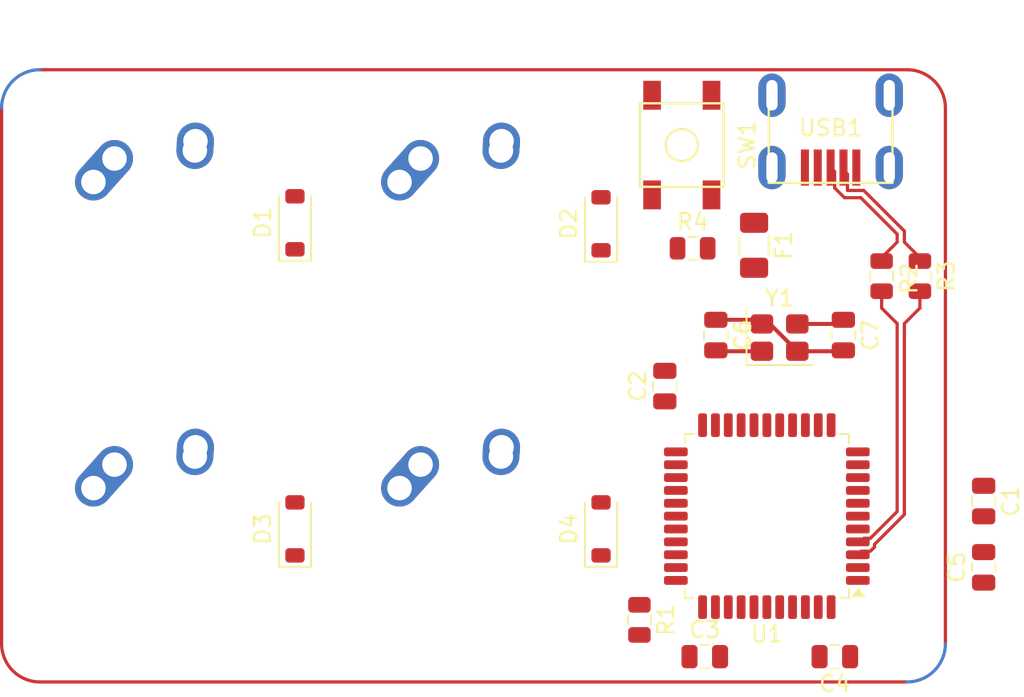
<source format=kicad_pcb>
(kicad_pcb (version 20241229) (generator "pcbnew") (generator_version "9.0")
  (layers (0 "F.Cu" signal) (2 "B.Cu" signal) (13 "F.Paste" user) (15 "B.Paste" user) (5 "F.SilkS" user "F.Silkscreen") (7 "B.SilkS" user "B.Silkscreen") (1 "F.Mask" user) (3 "B.Mask" user) (25 "Edge.Cuts" user))
  (net 0 "")
  (net 1 "GND")
  (net 2 "Net-(U1-UCAP)")
  (net 3 "+5V")
  (net 4 "Net-(U1-XTAL1)")
  (net 5 "Net-(U1-XTAL2)")
  (net 6 "Net-(D1-A)")
  (net 7 "ROW0")
  (net 8 "Net-(D2-A)")
  (net 9 "ROW1")
  (net 10 "Net-(D3-A)")
  (net 11 "Net-(D4-A)")
  (net 12 "VCC")
  (net 13 "Net-(U1-~{HWB}{slash}PE2)")
  (net 14 "D+")
  (net 15 "D-")
  (net 16 "Net-(U1-~{RESET})")
  (net 17 "COL0")
  (net 18 "COL1")
  (net 42 "/DMCU+")
  (net 43 "/DMCU-")
  (footprint "Capacitor_SMD:C_0805_2012Metric" (layer "F.Cu") (at 181.875 115.9)
    (property "Reference" "C3" (at 0 -1.68 0) (layer "F.SilkS"))
    (property "Value" "0.1uF")
    (fp_line (start -0.261252 -0.735) (end 0.261252 -0.735) (stroke (width 0.12)) (layer "F.SilkS"))
    (fp_line (start -0.261252 0.735) (end 0.261252 0.735) (stroke (width 0.12)) (layer "F.SilkS"))
    (pad "1" smd roundrect (at -0.95 0) (size 1 1.45) (layers "F.Cu" "F.Mask" "F.Paste") (net 3 "+5V"))
    (pad "2" smd roundrect (at 0.95 0) (size 1 1.45) (layers "F.Cu" "F.Mask" "F.Paste") (net 1 "GND"))
  )
  (footprint "Capacitor_SMD:C_0805_2012Metric" (layer "F.Cu") (at 189.96875 115.9 180)
    (property "Reference" "C4" (at 0 -1.68 0) (layer "F.SilkS"))
    (property "Value" "0.1uF")
    (fp_line (start -0.261252 0.735) (end 0.261252 0.735) (stroke (width 0.12)) (layer "F.SilkS"))
    (fp_line (start -0.261252 -0.735) (end 0.261252 -0.735) (stroke (width 0.12)) (layer "F.SilkS"))
    (pad "1" smd roundrect (at -0.95 0 180) (size 1 1.45) (layers "F.Cu" "F.Mask" "F.Paste") (net 3 "+5V"))
    (pad "2" smd roundrect (at 0.95 0 180) (size 1 1.45) (layers "F.Cu" "F.Mask" "F.Paste") (net 1 "GND"))
  )
  (footprint "MX_Alps_Hybrid:MX-Alps-Hybrid-1U" (layer "F.Cu") (at 166.6875 88.9)
    (property "Reference" "SW3")
    (property "Value" "SW_Push")
    (pad "" np_thru_hole circle (at -5.08 0 48.099) (size 1.7018 1.7018) (drill 1.7018) (layers "*.Cu" "*.Mask"))
    (pad "" np_thru_hole circle (at 0 0) (size 3.9878 3.9878) (drill 3.9878) (layers "*.Cu" "*.Mask"))
    (pad "" np_thru_hole circle (at 5.08 0 48.099) (size 1.7018 1.7018) (drill 1.7018) (layers "*.Cu" "*.Mask"))
    (pad "1" thru_hole oval (at -3.81 -2.54 48.099) (size 4.261556 2.3) (drill 1.524 (offset 0.980778 0)) (layers "*.Cu" "B.Mask") (net 8 "Net-(D2-A)"))
    (pad "1" thru_hole circle (at -2.5 -4) (size 2.3 2.3) (drill 1.524) (layers "*.Cu" "B.Mask") (net 8 "Net-(D2-A)"))
    (pad "2" thru_hole oval (at 2.5 -4.5 86.054) (size 2.881378 2.3) (drill 1.524 (offset 0.290689 0)) (layers "*.Cu" "B.Mask") (net 18 "COL1"))
    (pad "2" thru_hole circle (at 2.54 -5.08) (size 2.3 2.3) (drill 1.524) (layers "*.Cu" "B.Mask") (net 18 "COL1"))
  )
  (footprint "MX_Alps_Hybrid:MX-Alps-Hybrid-1U" (layer "F.Cu") (at 147.6375 88.9)
    (property "Reference" "SW2")
    (property "Value" "SW_Push")
    (pad "" np_thru_hole circle (at -5.08 0 48.099) (size 1.7018 1.7018) (drill 1.7018) (layers "*.Cu" "*.Mask"))
    (pad "" np_thru_hole circle (at 0 0) (size 3.9878 3.9878) (drill 3.9878) (layers "*.Cu" "*.Mask"))
    (pad "" np_thru_hole circle (at 5.08 0 48.099) (size 1.7018 1.7018) (drill 1.7018) (layers "*.Cu" "*.Mask"))
    (pad "1" thru_hole oval (at -3.81 -2.54 48.099) (size 4.261556 2.3) (drill 1.524 (offset 0.980778 0)) (layers "*.Cu" "B.Mask") (net 6 "Net-(D1-A)"))
    (pad "1" thru_hole circle (at -2.5 -4) (size 2.3 2.3) (drill 1.524) (layers "*.Cu" "B.Mask") (net 6 "Net-(D1-A)"))
    (pad "2" thru_hole oval (at 2.5 -4.5 86.054) (size 2.881378 2.3) (drill 1.524 (offset 0.290689 0)) (layers "*.Cu" "B.Mask") (net 17 "COL0"))
    (pad "2" thru_hole circle (at 2.54 -5.08) (size 2.3 2.3) (drill 1.524) (layers "*.Cu" "B.Mask") (net 17 "COL0"))
  )
  (footprint "Fuse:Fuse_1206_3216Metric" (layer "F.Cu") (at 184.94375 90.3 -90)
    (property "Reference" "F1" (at 0 -1.83 90) (layer "F.SilkS"))
    (property "Value" "500mA")
    (fp_line (start -0.602064 0.91) (end 0.602064 0.91) (stroke (width 0.12)) (layer "F.SilkS"))
    (fp_line (start -0.602064 -0.91) (end 0.602064 -0.91) (stroke (width 0.12)) (layer "F.SilkS"))
    (pad "1" smd roundrect (at -1.4 0 270) (size 1.25 1.75) (layers "F.Cu" "F.Mask" "F.Paste") (roundrect_rratio 0.2) (net 12 "VCC"))
    (pad "2" smd roundrect (at 1.4 0 270) (size 1.25 1.75) (layers "F.Cu" "F.Mask" "F.Paste") (roundrect_rratio 0.2) (net 3 "+5V"))
  )
  (footprint "random-keyboard-parts:Molex-0548190589" (layer "F.Cu") (at 189.70625 80.9625 -90)
    (property "Reference" "USB1" (at 2.032 0 0) (layer "F.SilkS"))
    (property "Value" "Molex-0548190589")
    (fp_line (start 0 3.85) (end 5.45 3.85) (stroke (width 0.15)) (layer "F.SilkS"))
    (fp_line (start 0 -3.85) (end 5.45 -3.85) (stroke (width 0.15)) (layer "F.SilkS"))
    (fp_line (start 5.45 -3.85) (end 5.45 3.85) (stroke (width 0.15)) (layer "F.SilkS"))
    (pad "1" smd rect (at 4.5 1.6 270) (size 2.25 0.5) (layers "F.Cu" "F.Mask" "F.Paste") (net 1 "GND"))
    (pad "2" smd rect (at 4.5 0.8 270) (size 2.25 0.5) (layers "F.Cu" "F.Mask" "F.Paste"))
    (pad "3" smd rect (at 4.5 0 270) (size 2.25 0.5) (layers "F.Cu" "F.Mask" "F.Paste") (net 14 "D+"))
    (pad "4" smd rect (at 4.5 -0.8 270) (size 2.25 0.5) (layers "F.Cu" "F.Mask" "F.Paste") (net 15 "D-"))
    (pad "5" smd rect (at 4.5 -1.6 270) (size 2.25 0.5) (layers "F.Cu" "F.Mask" "F.Paste") (net 12 "VCC"))
    (pad "6" thru_hole oval (at 0 -3.65 270) (size 2.7 1.7) (drill oval 1.9 0.7) (layers "*.Cu" "*.Mask") (net 1 "GND"))
    (pad "6" thru_hole oval (at 0 3.65 270) (size 2.7 1.7) (drill oval 1.9 0.7) (layers "*.Cu" "*.Mask") (net 1 "GND"))
    (pad "6" thru_hole oval (at 4.5 -3.65 270) (size 2.7 1.7) (drill oval 1.9 0.7) (layers "*.Cu" "*.Mask") (net 1 "GND"))
    (pad "6" thru_hole oval (at 4.5 3.65 270) (size 2.7 1.7) (drill oval 1.9 0.7) (layers "*.Cu" "*.Mask") (net 1 "GND"))
  )
  (footprint "Fuse:Fuse_0805_2012Metric" (layer "F.Cu") (at 195.2625 92.21875 -90)
    (property "Reference" "R3" (at 0 -1.65 90) (layer "F.SilkS"))
    (property "Value" "22")
    (fp_line (start -0.258578 0.71) (end 0.258578 0.71) (stroke (width 0.12)) (layer "F.SilkS"))
    (fp_line (start -0.258578 -0.71) (end 0.258578 -0.71) (stroke (width 0.12)) (layer "F.SilkS"))
    (pad "1" smd roundrect (at -0.9375 0 270) (size 0.975 1.4) (layers "F.Cu" "F.Mask" "F.Paste") (net 15 "D-"))
    (pad "2" smd roundrect (at 0.9375 0 270) (size 0.975 1.4) (layers "F.Cu" "F.Mask" "F.Paste") (net 43 "/DMCU-"))
  )
  (footprint "Capacitor_SMD:C_0805_2012Metric" (layer "F.Cu") (at 199.23125 106.21875 -90)
    (property "Reference" "C1" (at 0 -1.68 90) (layer "F.SilkS"))
    (property "Value" "1uF")
    (fp_line (start -0.261252 0.735) (end 0.261252 0.735) (stroke (width 0.12)) (layer "F.SilkS"))
    (fp_line (start -0.261252 -0.735) (end 0.261252 -0.735) (stroke (width 0.12)) (layer "F.SilkS"))
    (pad "1" smd roundrect (at -0.95 0 270) (size 1 1.45) (layers "F.Cu" "F.Mask" "F.Paste") (net 2 "Net-(U1-UCAP)"))
    (pad "2" smd roundrect (at 0.95 0 270) (size 1 1.45) (layers "F.Cu" "F.Mask" "F.Paste") (net 1 "GND"))
  )
  (footprint "Fuse:Fuse_0805_2012Metric" (layer "F.Cu") (at 177.80625 113.6125 -90)
    (property "Reference" "R1" (at 0 -1.65 90) (layer "F.SilkS"))
    (property "Value" "10k")
    (fp_line (start -0.258578 0.71) (end 0.258578 0.71) (stroke (width 0.12)) (layer "F.SilkS"))
    (fp_line (start -0.258578 -0.71) (end 0.258578 -0.71) (stroke (width 0.12)) (layer "F.SilkS"))
    (pad "1" smd roundrect (at -0.9375 0 270) (size 0.975 1.4) (layers "F.Cu" "F.Mask" "F.Paste") (net 13 "Net-(U1-~{HWB}{slash}PE2)"))
    (pad "2" smd roundrect (at 0.9375 0 270) (size 0.975 1.4) (layers "F.Cu" "F.Mask" "F.Paste") (net 1 "GND"))
  )
  (footprint "Diode_SMD:D_SOD-123" (layer "F.Cu") (at 156.36875 88.9 90)
    (property "Reference" "D1" (at 0 -2 90) (layer "F.SilkS"))
    (property "Value" "D_Small")
    (fp_line (start -2.36 -1) (end 1.65 -1) (stroke (width 0.12)) (layer "F.SilkS"))
    (fp_line (start -2.36 -1) (end -2.36 1) (stroke (width 0.12)) (layer "F.SilkS"))
    (fp_line (start -2.36 1) (end 1.65 1) (stroke (width 0.12)) (layer "F.SilkS"))
    (pad "1" smd roundrect (at -1.65 0 90) (size 0.9 1.2) (layers "F.Cu" "F.Mask" "F.Paste") (net 7 "ROW0"))
    (pad "2" smd roundrect (at 1.65 0 90) (size 0.9 1.2) (layers "F.Cu" "F.Mask" "F.Paste") (net 6 "Net-(D1-A)"))
  )
  (footprint "Capacitor_SMD:C_0805_2012Metric" (layer "F.Cu") (at 179.3875 99.0625 90)
    (property "Reference" "C2" (at 0 -1.68 90) (layer "F.SilkS"))
    (property "Value" "0.1uF")
    (fp_line (start -0.261252 -0.735) (end 0.261252 -0.735) (stroke (width 0.12)) (layer "F.SilkS"))
    (fp_line (start -0.261252 0.735) (end 0.261252 0.735) (stroke (width 0.12)) (layer "F.SilkS"))
    (pad "1" smd roundrect (at -0.95 0 90) (size 1 1.45) (layers "F.Cu" "F.Mask" "F.Paste") (net 3 "+5V"))
    (pad "2" smd roundrect (at 0.95 0 90) (size 1 1.45) (layers "F.Cu" "F.Mask" "F.Paste") (net 1 "GND"))
  )
  (footprint "random-keyboard-parts:SKQG-1155865" (layer "F.Cu") (at 180.44375 84.0625 90)
    (property "Reference" "SW1" (at 0 4.064 90) (layer "F.SilkS"))
    (property "Value" "SW_Push")
    (fp_line (start 2.6 -2.6) (end 2.6 2.6) (stroke (width 0.15)) (layer "F.SilkS"))
    (fp_line (start -2.6 -2.6) (end 2.6 -2.6) (stroke (width 0.15)) (layer "F.SilkS"))
    (fp_line (start 2.6 2.6) (end -2.6 2.6) (stroke (width 0.15)) (layer "F.SilkS"))
    (fp_line (start -2.6 2.6) (end -2.6 -2.6) (stroke (width 0.15)) (layer "F.SilkS"))
    (fp_circle (center 0 0) (end 1 0) (stroke (width 0.15)) (fill no) (layer "F.SilkS"))
    (pad "1" smd rect (at 3.1 1.85 90) (size 1.8 1.1) (layers "F.Cu" "F.Mask" "F.Paste") (net 1 "GND"))
    (pad "2" smd rect (at -3.1 -1.85 90) (size 1.8 1.1) (layers "F.Cu" "F.Mask" "F.Paste") (net 16 "Net-(U1-~{RESET})"))
    (pad "3" smd rect (at 3.1 -1.85 90) (size 1.8 1.1) (layers "F.Cu" "F.Mask" "F.Paste"))
    (pad "4" smd rect (at -3.1 1.85 90) (size 1.8 1.1) (layers "F.Cu" "F.Mask" "F.Paste"))
  )
  (footprint "Diode_SMD:D_SOD-123" (layer "F.Cu") (at 175.41875 88.9625 90)
    (property "Reference" "D2" (at 0 -2 90) (layer "F.SilkS"))
    (property "Value" "D_Small")
    (fp_line (start -2.36 -1) (end 1.65 -1) (stroke (width 0.12)) (layer "F.SilkS"))
    (fp_line (start -2.36 -1) (end -2.36 1) (stroke (width 0.12)) (layer "F.SilkS"))
    (fp_line (start -2.36 1) (end 1.65 1) (stroke (width 0.12)) (layer "F.SilkS"))
    (pad "1" smd roundrect (at -1.65 0 90) (size 0.9 1.2) (layers "F.Cu" "F.Mask" "F.Paste") (net 7 "ROW0"))
    (pad "2" smd roundrect (at 1.65 0 90) (size 0.9 1.2) (layers "F.Cu" "F.Mask" "F.Paste") (net 8 "Net-(D2-A)"))
  )
  (footprint "Package_QFP:TQFP-44_10x10mm_P0.8mm" (layer "F.Cu") (at 185.7375 107.15625 180)
    (property "Reference" "U1" (at 0 -7.35 0) (layer "F.SilkS"))
    (property "Value" "ATmega32U4-A")
    (fp_line (start 5.11 5.11) (end 5.11 4.535) (stroke (width 0.12)) (layer "F.SilkS"))
    (fp_line (start 5.11 -5.11) (end 5.11 -4.535) (stroke (width 0.12)) (layer "F.SilkS"))
    (fp_line (start 4.535 5.11) (end 5.11 5.11) (stroke (width 0.12)) (layer "F.SilkS"))
    (fp_line (start 4.535 -5.11) (end 5.11 -5.11) (stroke (width 0.12)) (layer "F.SilkS"))
    (fp_line (start -4.535 5.11) (end -5.11 5.11) (stroke (width 0.12)) (layer "F.SilkS"))
    (fp_line (start -4.535 -5.11) (end -5.11 -5.11) (stroke (width 0.12)) (layer "F.SilkS"))
    (fp_line (start -5.11 5.11) (end -5.11 4.535) (stroke (width 0.12)) (layer "F.SilkS"))
    (fp_line (start -5.11 -5.11) (end -5.11 -4.535) (stroke (width 0.12)) (layer "F.SilkS"))
    (fp_poly (pts (xy -5.7 -4.535) (xy -6.04 -5.005) (xy -5.36 -5.005)) (stroke (width 0.12)) (fill yes) (layer "F.SilkS"))
    (pad "1" smd roundrect (at -5.6625 -4 180) (size 1.475 0.55) (layers "F.Cu" "F.Mask" "F.Paste"))
    (pad "2" smd roundrect (at -5.6625 -3.2 180) (size 1.475 0.55) (layers "F.Cu" "F.Mask" "F.Paste") (net 3 "+5V"))
    (pad "3" smd roundrect (at -5.6625 -2.4 180) (size 1.475 0.55) (layers "F.Cu" "F.Mask" "F.Paste") (net 43 "/DMCU-"))
    (pad "4" smd roundrect (at -5.6625 -1.6 180) (size 1.475 0.55) (layers "F.Cu" "F.Mask" "F.Paste") (net 42 "/DMCU+"))
    (pad "5" smd roundrect (at -5.6625 -0.8 180) (size 1.475 0.55) (layers "F.Cu" "F.Mask" "F.Paste") (net 1 "GND"))
    (pad "6" smd roundrect (at -5.6625 0 180) (size 1.475 0.55) (layers "F.Cu" "F.Mask" "F.Paste") (net 2 "Net-(U1-UCAP)"))
    (pad "7" smd roundrect (at -5.6625 0.8 180) (size 1.475 0.55) (layers "F.Cu" "F.Mask" "F.Paste") (net 3 "+5V"))
    (pad "8" smd roundrect (at -5.6625 1.6 180) (size 1.475 0.55) (layers "F.Cu" "F.Mask" "F.Paste"))
    (pad "9" smd roundrect (at -5.6625 2.4 180) (size 1.475 0.55) (layers "F.Cu" "F.Mask" "F.Paste"))
    (pad "10" smd roundrect (at -5.6625 3.2 180) (size 1.475 0.55) (layers "F.Cu" "F.Mask" "F.Paste"))
    (pad "11" smd roundrect (at -5.6625 4 180) (size 1.475 0.55) (layers "F.Cu" "F.Mask" "F.Paste"))
    (pad "12" smd roundrect (at -4 5.6625 180) (size 0.55 1.475) (layers "F.Cu" "F.Mask" "F.Paste"))
    (pad "13" smd roundrect (at -3.2 5.6625 180) (size 0.55 1.475) (layers "F.Cu" "F.Mask" "F.Paste") (net 16 "Net-(U1-~{RESET})"))
    (pad "14" smd roundrect (at -2.4 5.6625 180) (size 0.55 1.475) (layers "F.Cu" "F.Mask" "F.Paste") (net 3 "+5V"))
    (pad "15" smd roundrect (at -1.6 5.6625 180) (size 0.55 1.475) (layers "F.Cu" "F.Mask" "F.Paste") (net 1 "GND"))
    (pad "16" smd roundrect (at -0.8 5.6625 180) (size 0.55 1.475) (layers "F.Cu" "F.Mask" "F.Paste") (net 5 "Net-(U1-XTAL2)"))
    (pad "17" smd roundrect (at 0 5.6625 180) (size 0.55 1.475) (layers "F.Cu" "F.Mask" "F.Paste") (net 4 "Net-(U1-XTAL1)"))
    (pad "18" smd roundrect (at 0.8 5.6625 180) (size 0.55 1.475) (layers "F.Cu" "F.Mask" "F.Paste"))
    (pad "19" smd roundrect (at 1.6 5.6625 180) (size 0.55 1.475) (layers "F.Cu" "F.Mask" "F.Paste"))
    (pad "20" smd roundrect (at 2.4 5.6625 180) (size 0.55 1.475) (layers "F.Cu" "F.Mask" "F.Paste"))
    (pad "21" smd roundrect (at 3.2 5.6625 180) (size 0.55 1.475) (layers "F.Cu" "F.Mask" "F.Paste"))
    (pad "22" smd roundrect (at 4 5.6625 180) (size 0.55 1.475) (layers "F.Cu" "F.Mask" "F.Paste"))
    (pad "23" smd roundrect (at 5.6625 4 180) (size 1.475 0.55) (layers "F.Cu" "F.Mask" "F.Paste") (net 1 "GND"))
    (pad "24" smd roundrect (at 5.6625 3.2 180) (size 1.475 0.55) (layers "F.Cu" "F.Mask" "F.Paste") (net 3 "+5V"))
    (pad "25" smd roundrect (at 5.6625 2.4 180) (size 1.475 0.55) (layers "F.Cu" "F.Mask" "F.Paste"))
    (pad "26" smd roundrect (at 5.6625 1.6 180) (size 1.475 0.55) (layers "F.Cu" "F.Mask" "F.Paste"))
    (pad "27" smd roundrect (at 5.6625 0.8 180) (size 1.475 0.55) (layers "F.Cu" "F.Mask" "F.Paste") (net 7 "ROW0"))
    (pad "28" smd roundrect (at 5.6625 0 180) (size 1.475 0.55) (layers "F.Cu" "F.Mask" "F.Paste") (net 18 "COL1"))
    (pad "29" smd roundrect (at 5.6625 -0.8 180) (size 1.475 0.55) (layers "F.Cu" "F.Mask" "F.Paste") (net 17 "COL0"))
    (pad "30" smd roundrect (at 5.6625 -1.6 180) (size 1.475 0.55) (layers "F.Cu" "F.Mask" "F.Paste") (net 9 "ROW1"))
    (pad "31" smd roundrect (at 5.6625 -2.4 180) (size 1.475 0.55) (layers "F.Cu" "F.Mask" "F.Paste"))
    (pad "32" smd roundrect (at 5.6625 -3.2 180) (size 1.475 0.55) (layers "F.Cu" "F.Mask" "F.Paste"))
    (pad "33" smd roundrect (at 5.6625 -4 180) (size 1.475 0.55) (layers "F.Cu" "F.Mask" "F.Paste") (net 13 "Net-(U1-~{HWB}{slash}PE2)"))
    (pad "34" smd roundrect (at 4 -5.6625 180) (size 0.55 1.475) (layers "F.Cu" "F.Mask" "F.Paste") (net 3 "+5V"))
    (pad "35" smd roundrect (at 3.2 -5.6625 180) (size 0.55 1.475) (layers "F.Cu" "F.Mask" "F.Paste") (net 1 "GND"))
    (pad "36" smd roundrect (at 2.4 -5.6625 180) (size 0.55 1.475) (layers "F.Cu" "F.Mask" "F.Paste"))
    (pad "37" smd roundrect (at 1.6 -5.6625 180) (size 0.55 1.475) (layers "F.Cu" "F.Mask" "F.Paste"))
    (pad "38" smd roundrect (at 0.8 -5.6625 180) (size 0.55 1.475) (layers "F.Cu" "F.Mask" "F.Paste"))
    (pad "39" smd roundrect (at 0 -5.6625 180) (size 0.55 1.475) (layers "F.Cu" "F.Mask" "F.Paste"))
    (pad "40" smd roundrect (at -0.8 -5.6625 180) (size 0.55 1.475) (layers "F.Cu" "F.Mask" "F.Paste"))
    (pad "41" smd roundrect (at -1.6 -5.6625 180) (size 0.55 1.475) (layers "F.Cu" "F.Mask" "F.Paste"))
    (pad "42" smd roundrect (at -2.4 -5.6625 180) (size 0.55 1.475) (layers "F.Cu" "F.Mask" "F.Paste"))
    (pad "43" smd roundrect (at -3.2 -5.6625 180) (size 0.55 1.475) (layers "F.Cu" "F.Mask" "F.Paste") (net 1 "GND"))
    (pad "44" smd roundrect (at -4 -5.6625 180) (size 0.55 1.475) (layers "F.Cu" "F.Mask" "F.Paste") (net 3 "+5V"))
  )
  (footprint "Fuse:Fuse_0805_2012Metric" (layer "F.Cu") (at 192.88125 92.21875 -90)
    (property "Reference" "R2" (at 0.14375 -1.7125 90) (layer "F.SilkS"))
    (property "Value" "22")
    (fp_line (start -0.258578 0.71) (end 0.258578 0.71) (stroke (width 0.12)) (layer "F.SilkS"))
    (fp_line (start -0.258578 -0.71) (end 0.258578 -0.71) (stroke (width 0.12)) (layer "F.SilkS"))
    (pad "1" smd roundrect (at -0.9375 0 270) (size 0.975 1.4) (layers "F.Cu" "F.Mask" "F.Paste") (net 14 "D+"))
    (pad "2" smd roundrect (at 0.9375 0 270) (size 0.975 1.4) (layers "F.Cu" "F.Mask" "F.Paste") (net 42 "/DMCU+"))
  )
  (footprint "Fuse:Fuse_0805_2012Metric" (layer "F.Cu") (at 181.11875 90.4875)
    (property "Reference" "R4" (at 0 -1.65 0) (layer "F.SilkS"))
    (property "Value" "10k")
    (fp_line (start -0.258578 -0.71) (end 0.258578 -0.71) (stroke (width 0.12)) (layer "F.SilkS"))
    (fp_line (start -0.258578 0.71) (end 0.258578 0.71) (stroke (width 0.12)) (layer "F.SilkS"))
    (pad "1" smd roundrect (at -0.9375 0) (size 0.975 1.4) (layers "F.Cu" "F.Mask" "F.Paste") (net 16 "Net-(U1-~{RESET})"))
    (pad "2" smd roundrect (at 0.9375 0) (size 0.975 1.4) (layers "F.Cu" "F.Mask" "F.Paste") (net 3 "+5V"))
  )
  (footprint "Diode_SMD:D_SOD-123" (layer "F.Cu") (at 175.41875 107.95 90)
    (property "Reference" "D4" (at 0 -2 90) (layer "F.SilkS"))
    (property "Value" "D_Small")
    (fp_line (start -2.36 -1) (end 1.65 -1) (stroke (width 0.12)) (layer "F.SilkS"))
    (fp_line (start -2.36 -1) (end -2.36 1) (stroke (width 0.12)) (layer "F.SilkS"))
    (fp_line (start -2.36 1) (end 1.65 1) (stroke (width 0.12)) (layer "F.SilkS"))
    (pad "1" smd roundrect (at -1.65 0 90) (size 0.9 1.2) (layers "F.Cu" "F.Mask" "F.Paste") (net 9 "ROW1"))
    (pad "2" smd roundrect (at 1.65 0 90) (size 0.9 1.2) (layers "F.Cu" "F.Mask" "F.Paste") (net 11 "Net-(D4-A)"))
  )
  (footprint "MX_Alps_Hybrid:MX-Alps-Hybrid-1U" (layer "F.Cu") (at 166.6875 107.95)
    (property "Reference" "SW5")
    (property "Value" "SW_Push")
    (pad "" np_thru_hole circle (at -5.08 0 48.099) (size 1.7018 1.7018) (drill 1.7018) (layers "*.Cu" "*.Mask"))
    (pad "" np_thru_hole circle (at 0 0) (size 3.9878 3.9878) (drill 3.9878) (layers "*.Cu" "*.Mask"))
    (pad "" np_thru_hole circle (at 5.08 0 48.099) (size 1.7018 1.7018) (drill 1.7018) (layers "*.Cu" "*.Mask"))
    (pad "1" thru_hole oval (at -3.81 -2.54 48.099) (size 4.261556 2.3) (drill 1.524 (offset 0.980778 0)) (layers "*.Cu" "B.Mask") (net 11 "Net-(D4-A)"))
    (pad "1" thru_hole circle (at -2.5 -4) (size 2.3 2.3) (drill 1.524) (layers "*.Cu" "B.Mask") (net 11 "Net-(D4-A)"))
    (pad "2" thru_hole oval (at 2.5 -4.5 86.054) (size 2.881378 2.3) (drill 1.524 (offset 0.290689 0)) (layers "*.Cu" "B.Mask") (net 18 "COL1"))
    (pad "2" thru_hole circle (at 2.54 -5.08) (size 2.3 2.3) (drill 1.524) (layers "*.Cu" "B.Mask") (net 18 "COL1"))
  )
  (footprint "Crystal:Crystal_SMD_3225-4Pin_3.2x2.5mm" (layer "F.Cu") (at 186.53125 96.04375)
    (property "Reference" "Y1" (at 0 -2.45 0) (layer "F.SilkS"))
    (property "Value" "16MHz")
    (fp_line (start -2.06 -1.71) (end -2.06 1.71) (stroke (width 0.12)) (layer "F.SilkS"))
    (fp_line (start -2.06 1.71) (end 2.06 1.71) (stroke (width 0.12)) (layer "F.SilkS"))
    (pad "1" smd roundrect (at -1.1 0.85) (size 1.4 1.2) (layers "F.Cu" "F.Mask" "F.Paste") (roundrect_rratio 0.208333) (net 4 "Net-(U1-XTAL1)"))
    (pad "2" smd roundrect (at 1.1 0.85) (size 1.4 1.2) (layers "F.Cu" "F.Mask" "F.Paste") (roundrect_rratio 0.208333) (net 1 "GND"))
    (pad "3" smd roundrect (at 1.1 -0.85) (size 1.4 1.2) (layers "F.Cu" "F.Mask" "F.Paste") (roundrect_rratio 0.208333) (net 5 "Net-(U1-XTAL2)"))
    (pad "4" smd roundrect (at -1.1 -0.85) (size 1.4 1.2) (layers "F.Cu" "F.Mask" "F.Paste") (roundrect_rratio 0.208333) (net 1 "GND"))
  )
  (footprint "Capacitor_SMD:C_0805_2012Metric" (layer "F.Cu") (at 199.23125 110.34375 90)
    (property "Reference" "C5" (at 0 -1.68 90) (layer "F.SilkS"))
    (property "Value" "0.1uF")
    (fp_line (start -0.261252 -0.735) (end 0.261252 -0.735) (stroke (width 0.12)) (layer "F.SilkS"))
    (fp_line (start -0.261252 0.735) (end 0.261252 0.735) (stroke (width 0.12)) (layer "F.SilkS"))
    (pad "1" smd roundrect (at -0.95 0 90) (size 1 1.45) (layers "F.Cu" "F.Mask" "F.Paste") (net 3 "+5V"))
    (pad "2" smd roundrect (at 0.95 0 90) (size 1 1.45) (layers "F.Cu" "F.Mask" "F.Paste") (net 1 "GND"))
  )
  (footprint "Capacitor_SMD:C_0805_2012Metric" (layer "F.Cu") (at 182.5625 95.8875 -90)
    (property "Reference" "C6" (at 0 -1.68 90) (layer "F.SilkS"))
    (property "Value" "22pF")
    (fp_line (start -0.261252 0.735) (end 0.261252 0.735) (stroke (width 0.12)) (layer "F.SilkS"))
    (fp_line (start -0.261252 -0.735) (end 0.261252 -0.735) (stroke (width 0.12)) (layer "F.SilkS"))
    (pad "1" smd roundrect (at -0.95 0 270) (size 1 1.45) (layers "F.Cu" "F.Mask" "F.Paste") (net 1 "GND"))
    (pad "2" smd roundrect (at 0.95 0 270) (size 1 1.45) (layers "F.Cu" "F.Mask" "F.Paste") (net 4 "Net-(U1-XTAL1)"))
  )
  (footprint "Diode_SMD:D_SOD-123" (layer "F.Cu") (at 156.36875 107.95 90)
    (property "Reference" "D3" (at 0 -2 90) (layer "F.SilkS"))
    (property "Value" "D_Small")
    (fp_line (start -2.36 -1) (end 1.65 -1) (stroke (width 0.12)) (layer "F.SilkS"))
    (fp_line (start -2.36 -1) (end -2.36 1) (stroke (width 0.12)) (layer "F.SilkS"))
    (fp_line (start -2.36 1) (end 1.65 1) (stroke (width 0.12)) (layer "F.SilkS"))
    (pad "1" smd roundrect (at -1.65 0 90) (size 0.9 1.2) (layers "F.Cu" "F.Mask" "F.Paste") (net 9 "ROW1"))
    (pad "2" smd roundrect (at 1.65 0 90) (size 0.9 1.2) (layers "F.Cu" "F.Mask" "F.Paste") (net 10 "Net-(D3-A)"))
  )
  (footprint "MX_Alps_Hybrid:MX-Alps-Hybrid-1U" (layer "F.Cu") (at 147.6375 107.95)
    (property "Reference" "SW4")
    (property "Value" "SW_Push")
    (pad "" np_thru_hole circle (at -5.08 0 48.099) (size 1.7018 1.7018) (drill 1.7018) (layers "*.Cu" "*.Mask"))
    (pad "" np_thru_hole circle (at 0 0) (size 3.9878 3.9878) (drill 3.9878) (layers "*.Cu" "*.Mask"))
    (pad "" np_thru_hole circle (at 5.08 0 48.099) (size 1.7018 1.7018) (drill 1.7018) (layers "*.Cu" "*.Mask"))
    (pad "1" thru_hole oval (at -3.81 -2.54 48.099) (size 4.261556 2.3) (drill 1.524 (offset 0.980778 0)) (layers "*.Cu" "B.Mask") (net 10 "Net-(D3-A)"))
    (pad "1" thru_hole circle (at -2.5 -4) (size 2.3 2.3) (drill 1.524) (layers "*.Cu" "B.Mask") (net 10 "Net-(D3-A)"))
    (pad "2" thru_hole oval (at 2.5 -4.5 86.054) (size 2.881378 2.3) (drill 1.524 (offset 0.290689 0)) (layers "*.Cu" "B.Mask") (net 17 "COL0"))
    (pad "2" thru_hole circle (at 2.54 -5.08) (size 2.3 2.3) (drill 1.524) (layers "*.Cu" "B.Mask") (net 17 "COL0"))
  )
  (footprint "Capacitor_SMD:C_0805_2012Metric" (layer "F.Cu") (at 190.5 95.8875 -90)
    (property "Reference" "C7" (at 0 -1.68 90) (layer "F.SilkS"))
    (property "Value" "22pF")
    (fp_line (start -0.261252 0.735) (end 0.261252 0.735) (stroke (width 0.12)) (layer "F.SilkS"))
    (fp_line (start -0.261252 -0.735) (end 0.261252 -0.735) (stroke (width 0.12)) (layer "F.SilkS"))
    (pad "1" smd roundrect (at -0.95 0 270) (size 1 1.45) (layers "F.Cu" "F.Mask" "F.Paste") (net 5 "Net-(U1-XTAL2)"))
    (pad "2" smd roundrect (at 0.95 0 270) (size 1 1.45) (layers "F.Cu" "F.Mask" "F.Paste") (net 1 "GND"))
  )
  (gr_line (start 194.46875 117.475) (end 140.49375 117.475) (stroke (width 0.2)) (layer "F.Cu"))
  (gr_line (start 140.49375 79.375) (end 194.46875 79.375) (stroke (width 0.2)) (layer "F.Cu"))
  (gr_arc (start 140.49375 117.475) (mid 138.809952 116.777548) (end 138.1125 115.09375) (stroke (width 0.2)) (layer "F.Cu"))
  (gr_arc (start 194.46875 79.375) (mid 196.152548 80.072452) (end 196.85 81.75625) (stroke (width 0.2)) (layer "F.Cu"))
  (gr_line (start 196.85 81.75625) (end 196.85 115.09375) (stroke (width 0.2)) (layer "F.Cu"))
  (gr_line (start 138.112501 115.09375) (end 138.1125 81.75625) (stroke (width 0.2)) (layer "F.Cu"))
  (gr_arc (start 138.1125 81.75625) (mid 138.809952 80.072452) (end 140.49375 79.375) (stroke (width 0.2)) (layer "B.Cu"))
  (gr_arc (start 196.85 115.09375) (mid 196.152548 116.777548) (end 194.46875 117.475) (stroke (width 0.2)) (layer "B.Cu"))
  (segment (start 185.175 94.9375) (end 185.43125 95.19375) (width 0.25) (layer "F.Cu") (net 1))
  (segment (start 185.93125 95.19375) (end 187.63125 96.89375) (width 0.25) (layer "F.Cu") (net 1))
  (segment (start 182.5625 94.9375) (end 185.175 94.9375) (width 0.25) (layer "F.Cu") (net 1))
  (segment (start 187.63125 96.89375) (end 190.44375 96.89375) (width 0.25) (layer "F.Cu") (net 1))
  (segment (start 185.43125 95.19375) (end 185.93125 95.19375) (width 0.25) (layer "F.Cu") (net 1))
  (segment (start 190.44375 96.89375) (end 190.5 96.8375) (width 0.25) (layer "F.Cu") (net 1))
  (segment (start 182.61875 96.89375) (end 182.5625 96.8375) (width 0.25) (layer "F.Cu") (net 4))
  (segment (start 185.43125 96.89375) (end 182.61875 96.89375) (width 0.25) (layer "F.Cu") (net 4))
  (segment (start 187.63125 95.19375) (end 190.24375 95.19375) (width 0.25) (layer "F.Cu") (net 5))
  (segment (start 190.24375 95.19375) (end 190.5 94.9375) (width 0.25) (layer "F.Cu") (net 5))
  (segment (start 192.88125 91.06875) (end 192.88125 91.28125) (width 0.2) (layer "F.Cu") (net 14))
  (segment (start 190.568862 87.33848) (end 191.58223 87.33848) (width 0.2) (layer "F.Cu") (net 14))
  (segment (start 193.846875 90.103125) (end 192.88125 91.06875) (width 0.2) (layer "F.Cu") (net 14))
  (segment (start 189.95525 85.7115) (end 189.95525 86.724868) (width 0.2) (layer "F.Cu") (net 14))
  (segment (start 193.846875 89.603125) (end 193.846875 90.103125) (width 0.2) (layer "F.Cu") (net 14))
  (segment (start 189.70625 85.4625) (end 189.95525 85.7115) (width 0.2) (layer "F.Cu") (net 14))
  (segment (start 189.95525 86.724868) (end 190.568862 87.33848) (width 0.2) (layer "F.Cu") (net 14))
  (segment (start 191.58223 87.33848) (end 193.846875 89.603125) (width 0.2) (layer "F.Cu") (net 14))
  (segment (start 194.296875 89.416728) (end 194.296875 90.103125) (width 0.2) (layer "F.Cu") (net 15))
  (segment (start 195.2625 91.06875) (end 195.2625 91.28125) (width 0.2) (layer "F.Cu") (net 15))
  (segment (start 190.75525 86.8885) (end 191.768647 86.8885) (width 0.2) (layer "F.Cu") (net 15))
  (segment (start 191.768647 86.8885) (end 194.296875 89.416728) (width 0.2) (layer "F.Cu") (net 15))
  (segment (start 190.50625 85.626103) (end 190.75525 85.875103) (width 0.2) (layer "F.Cu") (net 15))
  (segment (start 190.75525 85.875103) (end 190.75525 86.8885) (width 0.2) (layer "F.Cu") (net 15))
  (segment (start 190.50625 85.4625) (end 190.50625 85.626103) (width 0.2) (layer "F.Cu") (net 15))
  (segment (start 194.296875 90.103125) (end 195.2625 91.06875) (width 0.2) (layer "F.Cu") (net 15))
  (segment (start 192.88125 93.15625) (end 192.88125 94.206251) (width 0.2) (layer "F.Cu") (net 42))
  (segment (start 193.846875 95.171876) (end 193.846875 106.870819) (width 0.2) (layer "F.Cu") (net 42))
  (segment (start 192.185444 108.53225) (end 191.787603 108.53225) (width 0.2) (layer "F.Cu") (net 42))
  (segment (start 193.846875 106.870819) (end 192.185444 108.53225) (width 0.2) (layer "F.Cu") (net 42))
  (segment (start 191.563603 108.75625) (end 191.4 108.75625) (width 0.2) (layer "F.Cu") (net 42))
  (segment (start 192.88125 94.206251) (end 193.846875 95.171876) (width 0.2) (layer "F.Cu") (net 42))
  (segment (start 191.787603 108.53225) (end 191.563603 108.75625) (width 0.2) (layer "F.Cu") (net 42))
  (segment (start 194.296875 95.171876) (end 194.296875 107.057187) (width 0.2) (layer "F.Cu") (net 43))
  (segment (start 192.4385 108.915562) (end 192.4385 109.079194) (width 0.2) (layer "F.Cu") (net 43))
  (segment (start 194.296875 107.057187) (end 192.4385 108.915562) (width 0.2) (layer "F.Cu") (net 43))
  (segment (start 191.624 109.33225) (end 191.4 109.55625) (width 0.2) (layer "F.Cu") (net 43))
  (segment (start 192.4385 109.079194) (end 192.185444 109.33225) (width 0.2) (layer "F.Cu") (net 43))
  (segment (start 192.185444 109.33225) (end 191.624 109.33225) (width 0.2) (layer "F.Cu") (net 43))
  (segment (start 195.2625 94.206251) (end 194.296875 95.171876) (width 0.2) (layer "F.Cu") (net 43))
  (segment (start 195.2625 93.15625) (end 195.2625 94.206251) (width 0.2) (layer "F.Cu") (net 43))
)
</source>
